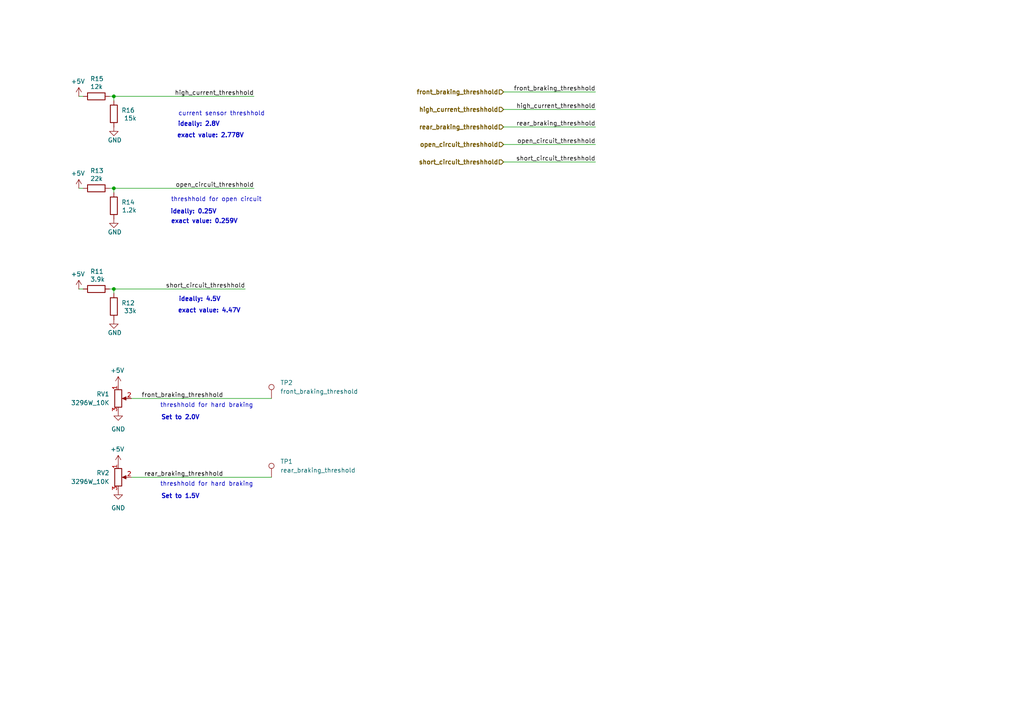
<source format=kicad_sch>
(kicad_sch (version 20231120) (generator "eeschema") (generator_version "8.0")
  (paper "A4")
  (lib_symbols
    (symbol "Connector:TestPoint" (pin_numbers hide) (pin_names (offset 0.762) hide)
      (property "Reference" "TP" (at 0 6.858 0))
      (property "Value" "TestPoint" (at 0 5.08 0))
      (symbol "TestPoint_0_1"
        (circle (center 0 3.302) (radius 0.762))
      )
      (symbol "TestPoint_1_1"
        (pin passive line (at 0 0 90) (length 2.54) (name "1") (number "1"))
      )
    )
    (symbol "Device:R" (pin_numbers hide) (pin_names (offset 0))
      (property "Reference" "R" (at 2.032 0 90))
      (property "Value" "R" (at 0 0 90))
      (symbol "R_0_1"
        (rectangle (start -1.016 -2.54) (end 1.016 2.54) (stroke (width 0.254)))
      )
      (symbol "R_1_1"
        (pin passive line (at 0 3.81 270) (length 1.27) (name "~") (number "1"))
        (pin passive line (at 0 -3.81 90) (length 1.27) (name "~") (number "2"))
      )
    )
    (symbol "Device:R_Potentiometer" (pin_names (offset 1.016) hide)
      (property "Reference" "RV" (at -4.445 0 90))
      (property "Value" "R_Potentiometer" (at -2.54 0 90))
      (symbol "R_Potentiometer_0_1"
        (polyline (pts (xy 2.54 0) (xy 1.524 0)))
        (polyline (pts (xy 1.143 0) (xy 2.286 0.508) (xy 2.286 -0.508) (xy 1.143 0)) (fill (type outline)))
        (rectangle (start 1.016 2.54) (end -1.016 -2.54) (stroke (width 0.254)))
      )
      (symbol "R_Potentiometer_1_1"
        (pin passive line (at 0 3.81 270) (length 1.27) (name "1") (number "1"))
        (pin passive line (at 3.81 0 180) (length 1.27) (name "2") (number "2"))
        (pin passive line (at 0 -3.81 90) (length 1.27) (name "3") (number "3"))
      )
    )
    (symbol "power:+5V" (power) (pin_numbers hide) (pin_names (offset 0) hide)
      (property "Value" "+5V" (at 0 3.556 0))
      (symbol "+5V_0_1"
        (polyline (pts (xy -0.762 1.27) (xy 0 2.54)))
        (polyline (pts (xy 0 0) (xy 0 2.54)))
        (polyline (pts (xy 0 2.54) (xy 0.762 1.27)))
      )
      (symbol "+5V_1_1"
        (pin power_in line (at 0 0 90) (length 0) (name "~") (number "1"))
      )
    )
    (symbol "power:GND" (power) (pin_numbers hide) (pin_names (offset 0) hide)
      (property "Value" "GND" (at 0 -3.81 0))
      (symbol "GND_0_1"
        (polyline (pts (xy 0 0) (xy 0 -1.27) (xy 1.27 -1.27) (xy 0 -2.54) (xy -1.27 -1.27) (xy 0 -1.27)))
      )
      (symbol "GND_1_1"
        (pin power_in line (at 0 0 270) (length 0) (name "~") (number "1"))
      )
    )
  )
  (junction (at 33.02 54.61))
  (junction (at 33.02 27.94))
  (junction (at 33.02 83.82))
  (wire (pts (xy 22.86 54.61) (xy 24.13 54.61)))
  (wire (pts (xy 33.02 27.94) (xy 33.02 29.21)))
  (wire (pts (xy 22.86 83.82) (xy 24.13 83.82)))
  (wire (pts (xy 146.05 36.83) (xy 172.72 36.83)))
  (wire (pts (xy 33.02 83.82) (xy 71.12 83.82)))
  (wire (pts (xy 33.02 83.82) (xy 33.02 85.09)))
  (wire (pts (xy 38.1 138.43) (xy 78.74 138.43)))
  (wire (pts (xy 33.02 54.61) (xy 73.66 54.61)))
  (wire (pts (xy 31.75 54.61) (xy 33.02 54.61)))
  (wire (pts (xy 146.05 31.75) (xy 172.72 31.75)))
  (wire (pts (xy 146.05 41.91) (xy 172.72 41.91)))
  (wire (pts (xy 33.02 54.61) (xy 33.02 55.88)))
  (wire (pts (xy 31.75 27.94) (xy 33.02 27.94)))
  (wire (pts (xy 146.05 26.67) (xy 172.72 26.67)))
  (wire (pts (xy 22.86 27.94) (xy 24.13 27.94)))
  (wire (pts (xy 146.05 46.99) (xy 172.72 46.99)))
  (wire (pts (xy 31.75 83.82) (xy 33.02 83.82)))
  (wire (pts (xy 38.1 115.57) (xy 78.74 115.57)))
  (wire (pts (xy 33.02 27.94) (xy 73.66 27.94)))
  (text "exact value: 2.778V" (at 51.308 39.37 0) (effects (font (size 1.27 1.27) (thickness 0.254) (bold yes)) (justify left)))
  (text "threshhold for hard braking" (at 59.944 117.602 0) (effects (font (size 1.27 1.27))))
  (text "ideally: 4.5V" (at 57.912 86.868 0) (effects (font (size 1.27 1.27) (thickness 0.254) (bold yes))))
  (text "threshhold for open circuit" (at 62.738 57.912 0) (effects (font (size 1.27 1.27))))
  (text "ideally: 0.25V" (at 56.134 61.468 0) (effects (font (size 1.27 1.27) (thickness 0.254) (bold yes))))
  (text "exact value: 0.259V" (at 49.53 64.262 0) (effects (font (size 1.27 1.27) (thickness 0.254) (bold yes)) (justify left)))
  (text "threshhold for hard braking" (at 59.944 140.462 0) (effects (font (size 1.27 1.27))))
  (text "Set to 1.5V" (at 52.324 144.018 0) (effects (font (size 1.27 1.27) (thickness 0.254) (bold yes))))
  (text "current sensor threshhold" (at 64.262 33.02 0) (effects (font (size 1.27 1.27))))
  (text "ideally: 2.8V" (at 57.658 36.068 0) (effects (font (size 1.27 1.27) (thickness 0.254) (bold yes))))
  (text "Set to 2.0V" (at 52.324 121.158 0) (effects (font (size 1.27 1.27) (thickness 0.254) (bold yes))))
  (text "exact value: 4.47V" (at 51.562 90.17 0) (effects (font (size 1.27 1.27) (thickness 0.254) (bold yes)) (justify left)))
  (label "front_braking_threshhold" (at 64.77 115.57 180) (effects (font (thickness 0.1588))))
  (label "high_current_threshhold" (at 172.72 31.75 180) (effects (font (thickness 0.1588))))
  (label "open_circuit_threshhold" (at 73.66 54.61 180))
  (label "rear_braking_threshhold" (at 172.72 36.83 180) (effects (font (thickness 0.1588))))
  (label "short_circuit_threshhold" (at 172.72 46.99 180))
  (label "front_braking_threshhold" (at 172.72 26.67 180) (effects (font (thickness 0.1588))))
  (label "high_current_threshhold" (at 73.66 27.94 180) (effects (font (thickness 0.1588))))
  (label "open_circuit_threshhold" (at 172.72 41.91 180))
  (label "short_circuit_threshhold" (at 71.12 83.82 180))
  (label "rear_braking_threshhold" (at 64.77 138.43 180) (effects (font (thickness 0.1588))))
  (hierarchical_label "short_circuit_threshhold" (shape input) (at 146.05 46.99 180) (effects (font (thickness 0.254) (bold yes))))
  (hierarchical_label "open_circuit_threshhold" (shape input) (at 146.05 41.91 180) (effects (font (thickness 0.254) (bold yes))))
  (hierarchical_label "rear_braking_threshhold" (shape input) (at 146.05 36.83 180) (effects (font (thickness 0.254) (bold yes))))
  (hierarchical_label "high_current_threshhold" (shape input) (at 146.05 31.75 180) (effects (font (thickness 0.254) (bold yes))))
  (hierarchical_label "front_braking_threshhold" (shape input) (at 146.05 26.67 180) (effects (font (thickness 0.254) (bold yes))))
  (symbol (lib_id "power:GND") (at 34.29 119.38 0) (unit 1)
    (property "Reference" "#PWR021" (effects (hide yes)))
    (property "Value" "GND" (at 34.29 124.46 0))
    (property "Description" "Power symbol creates a global label with name \"GND\" , ground" (effects (hide yes)))
  )
  (symbol (lib_id "power:+5V") (at 34.29 111.76 0) (unit 1)
    (property "Reference" "#PWR010" (effects (hide yes)))
    (property "Value" "+5V" (at 34.036 107.442 0))
    (property "Description" "Power symbol creates a global label with name \"+5V\"" (effects (hide yes)))
  )
  (symbol (lib_id "Device:R") (at 27.94 54.61 270) (unit 1)
    (property "Reference" "R13" (at 26.162 49.53 90) (effects (justify left)))
    (property "Value" "22k" (at 26.162 51.816 90) (effects (justify left)))
    (property "Footprint" "Resistor_SMD:R_0805_2012Metric_Pad1.20x1.40mm_HandSolder" (effects (hide yes)))
    (property "Description" "Resistor" (effects (hide yes)))
  )
  (symbol (lib_id "power:GND") (at 34.29 142.24 0) (unit 1)
    (property "Reference" "#PWR034" (effects (hide yes)))
    (property "Value" "GND" (at 34.29 147.32 0))
    (property "Description" "Power symbol creates a global label with name \"GND\" , ground" (effects (hide yes)))
  )
  (symbol (lib_id "power:GND") (at 33.02 36.83 0) (unit 1)
    (property "Reference" "#PWR023" (effects (hide yes)))
    (property "Value" "GND" (at 33.274 40.64 0))
    (property "Description" "Power symbol creates a global label with name \"GND\" , ground" (effects (hide yes)))
  )
  (symbol (lib_id "Device:R") (at 33.02 88.9 180) (unit 1)
    (property "Reference" "R12" (at 39.116 87.884 0) (effects (justify left)))
    (property "Value" "33k" (at 39.624 90.17 0) (effects (justify left)))
    (property "Footprint" "Resistor_SMD:R_0805_2012Metric_Pad1.20x1.40mm_HandSolder" (effects (hide yes)))
    (property "Description" "Resistor" (effects (hide yes)))
  )
  (symbol (lib_id "Device:R_Potentiometer") (at 34.29 115.57 0) (unit 1)
    (property "Reference" "RV1" (at 31.75 114.2999 0) (effects (justify right)))
    (property "Value" "3296W_10K" (at 31.75 116.8399 0) (effects (justify right)))
    (property "Footprint" "Potentiometer_THT:Potentiometer_Bourns_3296W_Vertical" (effects (hide yes)))
    (property "Datasheet" "https://www.bourns.com/docs/product-datasheets/3296.pdf" (effects (hide yes)))
    (property "Description" "Potentiometer" (effects (hide yes)))
    (property "Digikey Link" "https://www.digikey.com/en/products/detail/bourns-inc/3296W-1-103/84523" (effects (hide yes)))
    (property "Part Name" "Potentiometer" (effects (hide yes)))
  )
  (symbol (lib_id "power:+5V") (at 34.29 134.62 0) (unit 1)
    (property "Reference" "#PWR033" (effects (hide yes)))
    (property "Value" "+5V" (at 34.036 130.302 0))
    (property "Description" "Power symbol creates a global label with name \"+5V\"" (effects (hide yes)))
  )
  (symbol (lib_id "Device:R") (at 33.02 33.02 180) (unit 1)
    (property "Reference" "R16" (at 39.116 32.004 0) (effects (justify left)))
    (property "Value" "15k" (at 39.624 34.29 0) (effects (justify left)))
    (property "Footprint" "Resistor_SMD:R_0805_2012Metric_Pad1.20x1.40mm_HandSolder" (effects (hide yes)))
    (property "Description" "Resistor" (effects (hide yes)))
  )
  (symbol (lib_id "power:GND") (at 33.02 92.71 0) (unit 1)
    (property "Reference" "#PWR029" (effects (hide yes)))
    (property "Value" "GND" (at 33.274 96.52 0))
    (property "Description" "Power symbol creates a global label with name \"GND\" , ground" (effects (hide yes)))
  )
  (symbol (lib_id "Device:R") (at 27.94 83.82 270) (unit 1)
    (property "Reference" "R11" (at 26.162 78.74 90) (effects (justify left)))
    (property "Value" "3.9k" (at 26.162 81.026 90) (effects (justify left)))
    (property "Footprint" "Resistor_SMD:R_0805_2012Metric_Pad1.20x1.40mm_HandSolder" (effects (hide yes)))
    (property "Description" "Resistor" (effects (hide yes)))
  )
  (symbol (lib_id "power:GND") (at 33.02 63.5 0) (unit 1)
    (property "Reference" "#PWR025" (effects (hide yes)))
    (property "Value" "GND" (at 33.274 67.31 0))
    (property "Description" "Power symbol creates a global label with name \"GND\" , ground" (effects (hide yes)))
  )
  (symbol (lib_id "Device:R") (at 27.94 27.94 270) (unit 1)
    (property "Reference" "R15" (at 26.162 22.86 90) (effects (justify left)))
    (property "Value" "12k" (at 26.162 25.146 90) (effects (justify left)))
    (property "Footprint" "Resistor_SMD:R_0805_2012Metric_Pad1.20x1.40mm_HandSolder" (effects (hide yes)))
    (property "Description" "Resistor" (effects (hide yes)))
  )
  (symbol (lib_id "power:+5V") (at 22.86 27.94 0) (unit 1)
    (property "Reference" "#PWR022" (effects (hide yes)))
    (property "Value" "+5V" (at 22.606 23.622 0))
    (property "Description" "Power symbol creates a global label with name \"+5V\"" (effects (hide yes)))
  )
  (symbol (lib_id "Device:R") (at 33.02 59.69 180) (unit 1)
    (property "Reference" "R14" (at 39.116 58.674 0) (effects (justify left)))
    (property "Value" "1.2k" (at 39.624 60.96 0) (effects (justify left)))
    (property "Footprint" "Resistor_SMD:R_0805_2012Metric_Pad1.20x1.40mm_HandSolder" (effects (hide yes)))
    (property "Description" "Resistor" (effects (hide yes)))
  )
  (symbol (lib_id "Connector:TestPoint") (at 78.74 138.43 0) (unit 1)
    (property "Reference" "TP1" (at 81.28 133.8579 0) (effects (justify left)))
    (property "Value" "rear_braking_threshold" (at 81.28 136.3979 0) (effects (justify left)))
    (property "Footprint" "Connector_PinHeader_2.54mm:PinHeader_1x01_P2.54mm_Vertical" (effects (hide yes)))
    (property "Description" "test point" (effects (hide yes)))
  )
  (symbol (lib_id "Connector:TestPoint") (at 78.74 115.57 0) (unit 1)
    (property "Reference" "TP2" (at 81.28 110.9979 0) (effects (justify left)))
    (property "Value" "front_braking_threshold" (at 81.28 113.5379 0) (effects (justify left)))
    (property "Footprint" "Connector_PinHeader_2.54mm:PinHeader_1x01_P2.54mm_Vertical" (effects (hide yes)))
    (property "Description" "test point" (effects (hide yes)))
  )
  (symbol (lib_id "power:+5V") (at 22.86 54.61 0) (unit 1)
    (property "Reference" "#PWR024" (effects (hide yes)))
    (property "Value" "+5V" (at 22.606 50.292 0))
    (property "Description" "Power symbol creates a global label with name \"+5V\"" (effects (hide yes)))
  )
  (symbol (lib_id "power:+5V") (at 22.86 83.82 0) (unit 1)
    (property "Reference" "#PWR026" (effects (hide yes)))
    (property "Value" "+5V" (at 22.606 79.502 0))
    (property "Description" "Power symbol creates a global label with name \"+5V\"" (effects (hide yes)))
  )
  (symbol (lib_id "Device:R_Potentiometer") (at 34.29 138.43 0) (unit 1)
    (property "Reference" "RV2" (at 31.75 137.1599 0) (effects (justify right)))
    (property "Value" "3296W_10K" (at 31.75 139.6999 0) (effects (justify right)))
    (property "Footprint" "Potentiometer_THT:Potentiometer_Bourns_3296W_Vertical" (effects (hide yes)))
    (property "Datasheet" "https://www.bourns.com/docs/product-datasheets/3296.pdf" (effects (hide yes)))
    (property "Description" "Potentiometer" (effects (hide yes)))
    (property "Digikey Link" "https://www.digikey.com/en/products/detail/bourns-inc/3296W-1-103/84523" (effects (hide yes)))
    (property "Part Name" "Potentiometer" (effects (hide yes)))
  )
)
</source>
